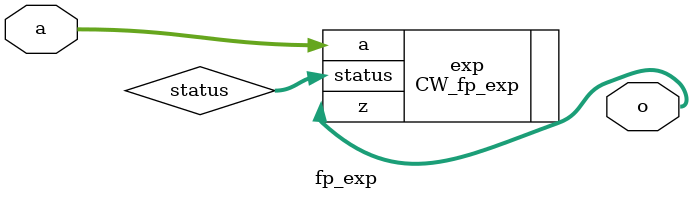
<source format=v>
module fp_exp (
    input [15:0] a,
    output [15:0] o
);

wire [7:0] status;

CW_fp_exp #(
    .sig_width(10),
    .exp_width(5),
    .ieee_compliance(1'b1)
) exp (
    .a(a),
    .z(o),
    .status(status)
);

endmodule

</source>
